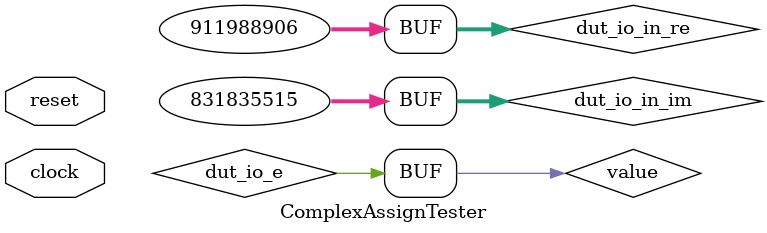
<source format=v>
module ComplexAssign(
  input         io_e,
  input  [31:0] io_in_re,
  input  [31:0] io_in_im,
  output [31:0] io_out_re,
  output [31:0] io_out_im
);
  assign io_out_re = io_e ? 32'h365bd8aa : 32'h0; // @[ComplexAssign.scala 24:15 ComplexAssign.scala 27:15]
  assign io_out_im = io_e ? 32'h3194cd7b : 32'h0; // @[ComplexAssign.scala 25:15 ComplexAssign.scala 28:15]
endmodule
module ComplexAssignTester(
  input   clock,
  input   reset
);
  wire  dut_io_e; // @[ComplexAssign.scala 34:19]
  wire [31:0] dut_io_in_re; // @[ComplexAssign.scala 34:19]
  wire [31:0] dut_io_in_im; // @[ComplexAssign.scala 34:19]
  wire [31:0] dut_io_out_re; // @[ComplexAssign.scala 34:19]
  wire [31:0] dut_io_out_im; // @[ComplexAssign.scala 34:19]
  reg  value; // @[Counter.scala 29:33]
  reg [31:0] _RAND_0;
  wire  _T_2; // @[Counter.scala 38:22]
  wire [31:0] _T_4; // @[ComplexAssign.scala 38:41]
  wire  re_correct; // @[ComplexAssign.scala 38:34]
  wire [31:0] _T_5; // @[ComplexAssign.scala 39:41]
  wire  im_correct; // @[ComplexAssign.scala 39:34]
  wire  _T_6; // @[ComplexAssign.scala 40:21]
  wire  _T_8; // @[ComplexAssign.scala 40:9]
  wire  _T_9; // @[ComplexAssign.scala 40:9]
  wire  _T_11; // @[ComplexAssign.scala 42:9]
  ComplexAssign dut ( // @[ComplexAssign.scala 34:19]
    .io_e(dut_io_e),
    .io_in_re(dut_io_in_re),
    .io_in_im(dut_io_in_im),
    .io_out_re(dut_io_out_re),
    .io_out_im(dut_io_out_im)
  );
  assign _T_2 = value + 1'h1; // @[Counter.scala 38:22]
  assign _T_4 = dut_io_e ? dut_io_in_re : 32'h0; // @[ComplexAssign.scala 38:41]
  assign re_correct = dut_io_out_re == _T_4; // @[ComplexAssign.scala 38:34]
  assign _T_5 = dut_io_e ? dut_io_in_im : 32'h0; // @[ComplexAssign.scala 39:41]
  assign im_correct = dut_io_out_im == _T_5; // @[ComplexAssign.scala 39:34]
  assign _T_6 = re_correct & im_correct; // @[ComplexAssign.scala 40:21]
  assign _T_8 = _T_6 | reset; // @[ComplexAssign.scala 40:9]
  assign _T_9 = _T_8 == 1'h0; // @[ComplexAssign.scala 40:9]
  assign _T_11 = reset == 1'h0; // @[ComplexAssign.scala 42:9]
  assign dut_io_e = value; // @[ComplexAssign.scala 37:12]
  assign dut_io_in_re = 32'h365bd8aa; // @[ComplexAssign.scala 35:16]
  assign dut_io_in_im = 32'h3194cd7b; // @[ComplexAssign.scala 36:16]
`ifdef RANDOMIZE_GARBAGE_ASSIGN
`define RANDOMIZE
`endif
`ifdef RANDOMIZE_INVALID_ASSIGN
`define RANDOMIZE
`endif
`ifdef RANDOMIZE_REG_INIT
`define RANDOMIZE
`endif
`ifdef RANDOMIZE_MEM_INIT
`define RANDOMIZE
`endif
`ifndef RANDOM
`define RANDOM $random
`endif
`ifdef RANDOMIZE_MEM_INIT
  integer initvar;
`endif
initial begin
  `ifdef RANDOMIZE
    `ifdef INIT_RANDOM
      `INIT_RANDOM
    `endif
    `ifndef VERILATOR
      `ifdef RANDOMIZE_DELAY
        #`RANDOMIZE_DELAY begin end
      `else
        #0.002 begin end
      `endif
    `endif
  `ifdef RANDOMIZE_REG_INIT
  _RAND_0 = {1{`RANDOM}};
  value = _RAND_0[0:0];
  `endif // RANDOMIZE_REG_INIT
  `endif // RANDOMIZE
end
  always @(posedge clock) begin
    if (reset) begin
      value <= 1'h0;
    end else begin
      value <= _T_2;
    end
    `ifndef SYNTHESIS
    `ifdef PRINTF_COND
      if (`PRINTF_COND) begin
    `endif
        if (_T_9) begin
          $fwrite(32'h80000002,"Assertion failed\n    at ComplexAssign.scala:40 assert(re_correct && im_correct)\n"); // @[ComplexAssign.scala 40:9]
        end
    `ifdef PRINTF_COND
      end
    `endif
    `endif // SYNTHESIS
    `ifndef SYNTHESIS
    `ifdef STOP_COND
      if (`STOP_COND) begin
    `endif
        if (_T_9) begin
          $fatal; // @[ComplexAssign.scala 40:9]
        end
    `ifdef STOP_COND
      end
    `endif
    `endif // SYNTHESIS
    `ifndef SYNTHESIS
    `ifdef STOP_COND
      if (`STOP_COND) begin
    `endif
        if (value & _T_11) begin
          $finish; // @[ComplexAssign.scala 42:9]
        end
    `ifdef STOP_COND
      end
    `endif
    `endif // SYNTHESIS
  end
endmodule

</source>
